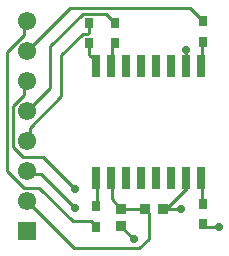
<source format=gbr>
%TF.GenerationSoftware,Altium Limited,Altium Designer,24.4.1 (13)*%
G04 Layer_Physical_Order=1*
G04 Layer_Color=255*
%FSLAX45Y45*%
%MOMM*%
%TF.SameCoordinates,881402D5-0203-4901-B5EA-5A78FED384BD*%
%TF.FilePolarity,Positive*%
%TF.FileFunction,Copper,L1,Top,Signal*%
%TF.Part,Single*%
G01*
G75*
%TA.AperFunction,SMDPad,CuDef*%
%ADD10R,0.80000X0.90000*%
%ADD11R,0.70000X1.93000*%
%ADD12R,0.85872X0.91213*%
%ADD13R,0.91213X0.95872*%
%TA.AperFunction,Conductor*%
%ADD14C,0.25400*%
%TA.AperFunction,ComponentPad*%
%ADD15C,1.55000*%
%ADD16R,1.55000X1.55000*%
%TA.AperFunction,ViaPad*%
%ADD17C,0.70000*%
D10*
X14939017Y5597117D02*
D03*
Y5767117D02*
D03*
X14723117Y5597117D02*
D03*
Y5767117D02*
D03*
X15687517Y5613517D02*
D03*
Y5783517D02*
D03*
X14783116Y4047117D02*
D03*
Y4217117D02*
D03*
X15683116Y4067117D02*
D03*
Y4237117D02*
D03*
D11*
X14778616Y4461117D02*
D03*
X14905617D02*
D03*
X15032617D02*
D03*
X15159618D02*
D03*
X15286617D02*
D03*
X15413617D02*
D03*
X15540617D02*
D03*
X15667616D02*
D03*
Y5403117D02*
D03*
X15540617D02*
D03*
X15413617D02*
D03*
X15286617D02*
D03*
X15159618D02*
D03*
X15032617D02*
D03*
X14905617D02*
D03*
X14778616D02*
D03*
D12*
X15195445Y4192117D02*
D03*
X15350787D02*
D03*
D13*
X14993117Y4194788D02*
D03*
Y4049446D02*
D03*
D14*
X15683116Y4069417D02*
X15710417Y4042117D01*
X15683116Y4069417D02*
Y4072117D01*
X15710417Y4042117D02*
X15823116D01*
X14192317Y4513617D02*
X14217114Y4488819D01*
X14316414D02*
X14603117Y4202117D01*
X14217114Y4488819D02*
X14316414D01*
X14723117Y5695096D02*
Y5767117D01*
X14708238Y5680217D02*
X14723117Y5695096D01*
X14483118Y5495999D02*
X14667336Y5680217D01*
X14708238D01*
X14723117Y5502417D02*
Y5597117D01*
X15674817Y5378217D02*
Y5600817D01*
X14723117Y5502417D02*
X14785817Y5439717D01*
X14563718Y5901017D02*
X15575015D01*
X14667336Y5850217D02*
X14860916D01*
X15674817Y5600817D02*
X15687517Y5613517D01*
X15575015Y5901017D02*
X15687517Y5788517D01*
X14860916Y5850217D02*
X14939017Y5772117D01*
Y5767117D02*
Y5772117D01*
X15687517Y5783517D02*
Y5788517D01*
X15545467Y5380567D02*
X15547816Y5378217D01*
X15545467Y5380567D02*
Y5539767D01*
X14785817Y5378217D02*
Y5439717D01*
X14912817Y5378217D02*
Y5596917D01*
X15350787Y4189446D02*
X15353458Y4192117D01*
X15503117D01*
X14167233Y4375217D02*
X14300015D01*
X14583116Y4092117D01*
X14738116D01*
X14162334Y4634116D02*
X14331117D01*
X14603117Y4362117D01*
X14217114Y4882932D02*
X14483118Y5148934D01*
Y5495999D01*
X14192317Y5275617D02*
X14217114Y5250819D01*
X15225606Y3941227D02*
Y4161957D01*
X15195445Y4192117D02*
X15225606Y4161957D01*
X15146497Y3862117D02*
X15225606Y3941227D01*
X14783116Y4047117D02*
Y4052117D01*
X14750816Y4079417D02*
X14755817D01*
X14783116Y4052117D01*
X14738116Y4092117D02*
X14750816Y4079417D01*
X14993117Y4047117D02*
Y4049446D01*
Y4047117D02*
X15098117Y3942117D01*
X15103117D01*
X14589816Y3862117D02*
X15146497D01*
X14192317Y4259617D02*
X14589816Y3862117D01*
X14025917Y4516534D02*
X14167233Y4375217D01*
X14025917Y4516534D02*
Y5526700D01*
X14167519Y5668302D01*
Y5758819D01*
X14192317Y5783617D01*
X14076717Y4719734D02*
Y5069500D01*
X14167519Y5160302D02*
Y5250819D01*
X14192317Y5275617D01*
X14076717Y5069500D02*
X14167519Y5160302D01*
X14217114Y4792415D02*
Y4882932D01*
X14076717Y4719734D02*
X14162334Y4634116D01*
X14192317Y4767617D02*
X14217114Y4792415D01*
X14192317Y5529617D02*
X14563718Y5901017D01*
X14192317Y5021617D02*
X14391425Y5220725D01*
Y5574307D02*
X14667336Y5850217D01*
X14391425Y5220725D02*
Y5574307D01*
X15350787Y4194788D02*
X15381023Y4225024D01*
X15398123D01*
X15547816Y4374717D01*
Y4436217D01*
X15674817Y4245417D02*
Y4436217D01*
Y4245417D02*
X15683116Y4237117D01*
X14912817Y4277417D02*
X14993117Y4197117D01*
Y4194788D02*
Y4197117D01*
X14912817Y4277417D02*
Y4436217D01*
X14993117Y4194788D02*
X14995787Y4192117D01*
X15195445D01*
X14785817Y4204817D02*
Y4436217D01*
D15*
X14192317Y5021617D02*
D03*
Y4767617D02*
D03*
Y4513617D02*
D03*
Y4259617D02*
D03*
Y5275617D02*
D03*
Y5529617D02*
D03*
Y5783617D02*
D03*
D16*
Y4005617D02*
D03*
D17*
X14603117Y4202117D02*
D03*
X15545467Y5539767D02*
D03*
X15503117Y4192117D02*
D03*
X14603117Y4362117D02*
D03*
X15823116Y4042117D02*
D03*
X15103117Y3942117D02*
D03*
%TF.MD5,7477dbf31fd3cd9b611db9f0f0a32af5*%
M02*

</source>
